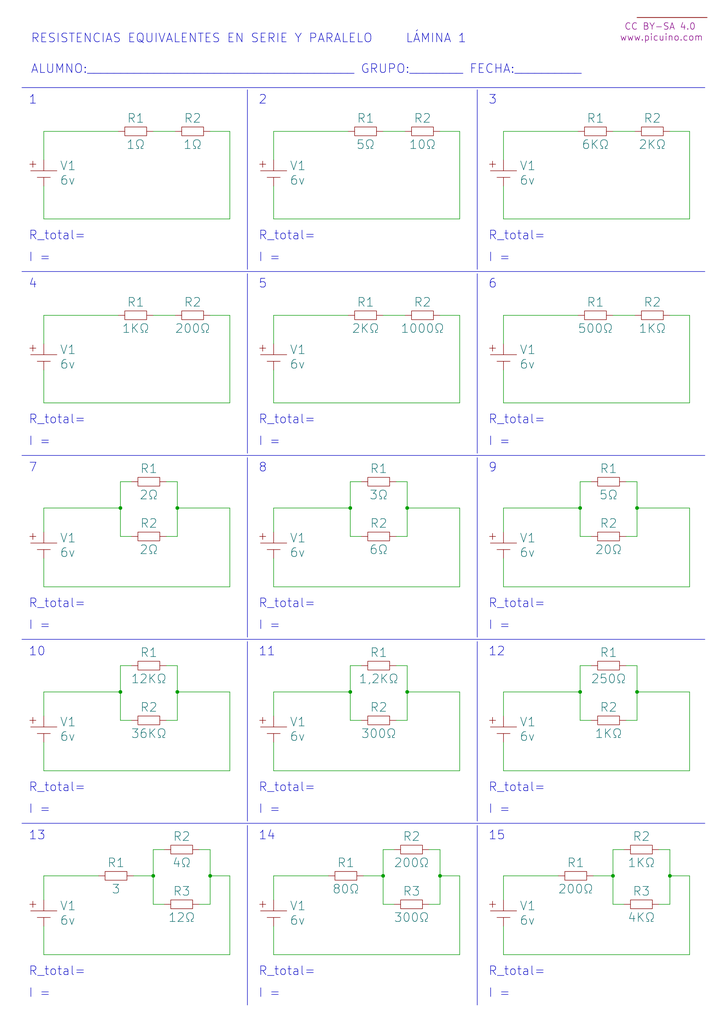
<source format=kicad_sch>
(kicad_sch (version 20230121) (generator eeschema)
  (paper "A4" portrait)
  (title_block (title "Circuitos eléctricos. Composición de resistencias en serie y paralelo") (date "8/05/2021") (company "www.picuino.com") (comment 1 "Copyright (c) 2021 by Carlos Pardo") (comment 2 "License CC BY-SA 4.0"))
  (lib_symbols
    (symbol "electric-resistencias-serie-paralelo-rescue:CopyRight-simbolos" (pin_names (offset 1.016))
      (property "License" "CC BY-SA 4.0" (at -1.27 -1.27 0))
      (property "Web" "www.picuino.com" (at 0 -1.27 0))
      (symbol "CopyRight-simbolos_0_1"
        (polyline (pts (xy -10.16 0) (xy 10.16 0)) (stroke (width 0.2032)))
      )
    )
    (symbol "electric-resistencias-serie-paralelo-rescue:Pila-simbolos" (pin_names (offset 1.016))
      (property "Reference" "V" (at 5.08 -4.445 0))
      (symbol "Pila-simbolos_0_1"
        (polyline (pts (xy -4.064 -1.27) (xy -2.286 -1.27)))
        (polyline (pts (xy -3.81 -3.175) (xy 3.81 -3.175)))
        (polyline (pts (xy -3.175 -0.381) (xy -3.175 -2.159)))
        (polyline (pts (xy -1.905 -5.08) (xy 1.905 -5.08)))
      )
      (symbol "Pila-simbolos_1_1"
        (pin input line (at 0 -7.62 90) (length 2.54) (name "") (number ""))
        (pin input line (at 0 0 270) (length 3.175) (name "") (number ""))
      )
    )
    (symbol "electric-resistencias-serie-paralelo-rescue:resistencia-simbolos" (pin_names (offset 1.016))
      (property "Reference" "R" (at 1.905 -5.08 0))
      (symbol "resistencia-simbolos_0_1"
        (rectangle (start -1.27 -1.905) (end 1.27 -8.255))
      )
      (symbol "resistencia-simbolos_1_1"
        (pin input line (at 0 -10.16 90) (length 1.905) (name "") (number ""))
        (pin input line (at 0 0 270) (length 1.905) (name "") (number ""))
      )
    )
  )
  (junction (at 34.925 147.32))
  (junction (at 168.275 200.66))
  (junction (at 60.96 254))
  (junction (at 177.8 254))
  (junction (at 118.11 200.66))
  (junction (at 194.31 254))
  (junction (at 184.785 147.32))
  (junction (at 184.785 200.66))
  (junction (at 51.435 147.32))
  (junction (at 168.275 147.32))
  (junction (at 118.11 147.32))
  (junction (at 34.925 200.66))
  (junction (at 101.6 147.32))
  (junction (at 127.635 254))
  (junction (at 101.6 200.66))
  (junction (at 44.45 254))
  (junction (at 111.125 254))
  (junction (at 51.435 200.66))
  (wire (pts (xy 194.31 262.255) (xy 191.135 262.255)))
  (wire (pts (xy 127.635 246.38) (xy 124.46 246.38)))
  (wire (pts (xy 34.925 147.32) (xy 12.7 147.32)))
  (wire (pts (xy 184.785 139.7) (xy 181.61 139.7)))
  (polyline (pts (xy 138.43 26.035) (xy 138.43 78.105)))
  (wire (pts (xy 60.96 262.255) (xy 57.785 262.255)))
  (wire (pts (xy 79.375 63.5) (xy 133.35 63.5)))
  (wire (pts (xy 60.96 254) (xy 66.675 254)))
  (wire (pts (xy 79.375 38.1) (xy 100.965 38.1)))
  (wire (pts (xy 12.7 276.86) (xy 66.675 276.86)))
  (wire (pts (xy 168.275 139.7) (xy 171.45 139.7)))
  (wire (pts (xy 66.675 38.1) (xy 66.675 63.5)))
  (wire (pts (xy 79.375 200.66) (xy 79.375 207.645)))
  (wire (pts (xy 146.05 276.86) (xy 200.025 276.86)))
  (wire (pts (xy 146.05 53.975) (xy 146.05 63.5)))
  (wire (pts (xy 200.025 38.1) (xy 200.025 63.5)))
  (wire (pts (xy 50.8 38.1) (xy 44.45 38.1)))
  (wire (pts (xy 146.05 116.84) (xy 200.025 116.84)))
  (wire (pts (xy 146.05 161.925) (xy 146.05 170.18)))
  (wire (pts (xy 118.11 200.66) (xy 118.11 208.915)))
  (wire (pts (xy 177.8 262.255) (xy 180.975 262.255)))
  (wire (pts (xy 34.925 155.575) (xy 38.1 155.575)))
  (wire (pts (xy 60.96 254) (xy 60.96 262.255)))
  (wire (pts (xy 127.635 262.255) (xy 124.46 262.255)))
  (wire (pts (xy 79.375 254) (xy 95.25 254)))
  (wire (pts (xy 12.7 63.5) (xy 66.675 63.5)))
  (wire (pts (xy 12.7 268.605) (xy 12.7 276.86)))
  (wire (pts (xy 127.635 254) (xy 133.35 254)))
  (wire (pts (xy 51.435 147.32) (xy 51.435 155.575)))
  (wire (pts (xy 12.7 161.925) (xy 12.7 170.18)))
  (wire (pts (xy 12.7 254) (xy 28.575 254)))
  (wire (pts (xy 101.6 139.7) (xy 101.6 147.32)))
  (wire (pts (xy 118.11 147.32) (xy 133.35 147.32)))
  (wire (pts (xy 50.8 91.44) (xy 44.45 91.44)))
  (wire (pts (xy 34.925 193.04) (xy 34.925 200.66)))
  (wire (pts (xy 184.785 139.7) (xy 184.785 147.32)))
  (wire (pts (xy 79.375 116.84) (xy 133.35 116.84)))
  (wire (pts (xy 194.31 246.38) (xy 194.31 254)))
  (wire (pts (xy 12.7 53.975) (xy 12.7 63.5)))
  (wire (pts (xy 194.31 254) (xy 200.025 254)))
  (wire (pts (xy 118.11 200.66) (xy 133.35 200.66)))
  (wire (pts (xy 44.45 254) (xy 38.735 254)))
  (wire (pts (xy 79.375 53.975) (xy 79.375 63.5)))
  (wire (pts (xy 177.8 246.38) (xy 180.975 246.38)))
  (wire (pts (xy 177.8 254) (xy 177.8 262.255)))
  (wire (pts (xy 146.05 254) (xy 161.925 254)))
  (polyline (pts (xy 71.755 239.395) (xy 71.755 291.465)))
  (wire (pts (xy 44.45 254) (xy 44.45 262.255)))
  (wire (pts (xy 44.45 246.38) (xy 47.625 246.38)))
  (wire (pts (xy 44.45 246.38) (xy 44.45 254)))
  (wire (pts (xy 66.675 200.66) (xy 66.675 223.52)))
  (polyline (pts (xy 138.43 132.715) (xy 138.43 184.785)))
  (polyline (pts (xy 6.35 238.76) (xy 204.47 238.76)))
  (wire (pts (xy 34.925 208.915) (xy 38.1 208.915)))
  (wire (pts (xy 133.35 91.44) (xy 127.635 91.44)))
  (wire (pts (xy 117.475 91.44) (xy 111.125 91.44)))
  (polyline (pts (xy 6.35 78.74) (xy 204.47 78.74)))
  (wire (pts (xy 79.375 223.52) (xy 133.35 223.52)))
  (wire (pts (xy 184.15 91.44) (xy 177.8 91.44)))
  (wire (pts (xy 200.025 91.44) (xy 194.31 91.44)))
  (wire (pts (xy 101.6 208.915) (xy 104.775 208.915)))
  (wire (pts (xy 79.375 161.925) (xy 79.375 170.18)))
  (wire (pts (xy 51.435 200.66) (xy 66.675 200.66)))
  (wire (pts (xy 200.025 254) (xy 200.025 276.86)))
  (wire (pts (xy 184.785 200.66) (xy 184.785 208.915)))
  (polyline (pts (xy 6.35 185.42) (xy 204.47 185.42)))
  (wire (pts (xy 34.925 139.7) (xy 34.925 147.32)))
  (wire (pts (xy 12.7 38.1) (xy 34.29 38.1)))
  (wire (pts (xy 168.275 208.915) (xy 171.45 208.915)))
  (polyline (pts (xy 71.755 79.375) (xy 71.755 131.445)))
  (wire (pts (xy 168.275 155.575) (xy 171.45 155.575)))
  (wire (pts (xy 133.35 38.1) (xy 127.635 38.1)))
  (wire (pts (xy 79.375 268.605) (xy 79.375 276.86)))
  (wire (pts (xy 79.375 215.265) (xy 79.375 223.52)))
  (wire (pts (xy 168.275 193.04) (xy 168.275 200.66)))
  (wire (pts (xy 184.785 193.04) (xy 184.785 200.66)))
  (wire (pts (xy 111.125 254) (xy 111.125 262.255)))
  (wire (pts (xy 101.6 200.66) (xy 79.375 200.66)))
  (wire (pts (xy 101.6 147.32) (xy 79.375 147.32)))
  (wire (pts (xy 111.125 246.38) (xy 114.3 246.38)))
  (wire (pts (xy 200.025 116.84) (xy 200.025 91.44)))
  (wire (pts (xy 168.275 139.7) (xy 168.275 147.32)))
  (wire (pts (xy 34.925 200.66) (xy 12.7 200.66)))
  (wire (pts (xy 111.125 254) (xy 105.41 254)))
  (wire (pts (xy 194.31 254) (xy 194.31 262.255)))
  (wire (pts (xy 12.7 46.355) (xy 12.7 38.1)))
  (wire (pts (xy 200.025 38.1) (xy 194.31 38.1)))
  (wire (pts (xy 79.375 170.18) (xy 133.35 170.18)))
  (wire (pts (xy 51.435 208.915) (xy 48.26 208.915)))
  (wire (pts (xy 117.475 38.1) (xy 111.125 38.1)))
  (wire (pts (xy 51.435 147.32) (xy 66.675 147.32)))
  (wire (pts (xy 133.35 38.1) (xy 133.35 63.5)))
  (wire (pts (xy 184.785 200.66) (xy 200.025 200.66)))
  (wire (pts (xy 118.11 139.7) (xy 118.11 147.32)))
  (wire (pts (xy 133.35 147.32) (xy 133.35 170.18)))
  (wire (pts (xy 118.11 193.04) (xy 118.11 200.66)))
  (polyline (pts (xy 71.755 186.055) (xy 71.755 238.125)))
  (wire (pts (xy 118.11 208.915) (xy 114.935 208.915)))
  (wire (pts (xy 118.11 147.32) (xy 118.11 155.575)))
  (wire (pts (xy 168.275 147.32) (xy 146.05 147.32)))
  (wire (pts (xy 79.375 154.305) (xy 79.375 147.32)))
  (wire (pts (xy 118.11 155.575) (xy 114.935 155.575)))
  (wire (pts (xy 101.6 193.04) (xy 101.6 200.66)))
  (wire (pts (xy 66.675 91.44) (xy 60.96 91.44)))
  (wire (pts (xy 146.05 46.355) (xy 146.05 38.1)))
  (polyline (pts (xy 138.43 239.395) (xy 138.43 291.465)))
  (wire (pts (xy 51.435 200.66) (xy 51.435 208.915)))
  (wire (pts (xy 44.45 262.255) (xy 47.625 262.255)))
  (wire (pts (xy 168.275 147.32) (xy 168.275 155.575)))
  (polyline (pts (xy 71.755 26.035) (xy 71.755 78.105)))
  (wire (pts (xy 79.375 91.44) (xy 100.965 91.44)))
  (wire (pts (xy 146.05 107.315) (xy 146.05 116.84)))
  (wire (pts (xy 51.435 139.7) (xy 51.435 147.32)))
  (wire (pts (xy 60.96 246.38) (xy 60.96 254)))
  (wire (pts (xy 184.785 155.575) (xy 181.61 155.575)))
  (wire (pts (xy 34.925 147.32) (xy 34.925 155.575)))
  (wire (pts (xy 12.7 107.315) (xy 12.7 116.84)))
  (wire (pts (xy 127.635 246.38) (xy 127.635 254)))
  (wire (pts (xy 12.7 223.52) (xy 66.675 223.52)))
  (wire (pts (xy 51.435 193.04) (xy 48.26 193.04)))
  (wire (pts (xy 146.05 147.32) (xy 146.05 154.305)))
  (wire (pts (xy 60.96 246.38) (xy 57.785 246.38)))
  (wire (pts (xy 101.6 193.04) (xy 104.775 193.04)))
  (wire (pts (xy 34.925 193.04) (xy 38.1 193.04)))
  (wire (pts (xy 79.375 99.695) (xy 79.375 91.44)))
  (wire (pts (xy 12.7 200.66) (xy 12.7 207.645)))
  (wire (pts (xy 127.635 254) (xy 127.635 262.255)))
  (wire (pts (xy 111.125 246.38) (xy 111.125 254)))
  (wire (pts (xy 66.675 254) (xy 66.675 276.86)))
  (wire (pts (xy 12.7 99.695) (xy 12.7 91.44)))
  (wire (pts (xy 12.7 254) (xy 12.7 260.985)))
  (wire (pts (xy 12.7 154.305) (xy 12.7 147.32)))
  (wire (pts (xy 118.11 139.7) (xy 114.935 139.7)))
  (polyline (pts (xy 6.35 25.4) (xy 204.47 25.4)))
  (wire (pts (xy 177.8 246.38) (xy 177.8 254)))
  (wire (pts (xy 79.375 46.355) (xy 79.375 38.1)))
  (wire (pts (xy 194.31 246.38) (xy 191.135 246.38)))
  (wire (pts (xy 146.05 91.44) (xy 167.64 91.44)))
  (wire (pts (xy 146.05 215.265) (xy 146.05 223.52)))
  (wire (pts (xy 168.275 200.66) (xy 168.275 208.915)))
  (wire (pts (xy 51.435 155.575) (xy 48.26 155.575)))
  (wire (pts (xy 101.6 147.32) (xy 101.6 155.575)))
  (wire (pts (xy 66.675 38.1) (xy 60.96 38.1)))
  (wire (pts (xy 133.35 200.66) (xy 133.35 223.52)))
  (wire (pts (xy 184.785 147.32) (xy 200.025 147.32)))
  (wire (pts (xy 146.05 99.695) (xy 146.05 91.44)))
  (wire (pts (xy 79.375 276.86) (xy 133.35 276.86)))
  (wire (pts (xy 79.375 107.315) (xy 79.375 116.84)))
  (wire (pts (xy 66.675 147.32) (xy 66.675 170.18)))
  (wire (pts (xy 146.05 268.605) (xy 146.05 276.86)))
  (wire (pts (xy 146.05 254) (xy 146.05 260.985)))
  (wire (pts (xy 168.275 193.04) (xy 171.45 193.04)))
  (wire (pts (xy 101.6 155.575) (xy 104.775 155.575)))
  (wire (pts (xy 34.925 139.7) (xy 38.1 139.7)))
  (wire (pts (xy 184.785 208.915) (xy 181.61 208.915)))
  (wire (pts (xy 111.125 262.255) (xy 114.3 262.255)))
  (wire (pts (xy 12.7 116.84) (xy 66.675 116.84)))
  (wire (pts (xy 133.35 91.44) (xy 133.35 116.84)))
  (wire (pts (xy 146.05 170.18) (xy 200.025 170.18)))
  (wire (pts (xy 101.6 200.66) (xy 101.6 208.915)))
  (polyline (pts (xy 138.43 186.055) (xy 138.43 238.125)))
  (wire (pts (xy 12.7 215.265) (xy 12.7 223.52)))
  (wire (pts (xy 51.435 193.04) (xy 51.435 200.66)))
  (wire (pts (xy 200.025 147.32) (xy 200.025 170.18)))
  (wire (pts (xy 12.7 170.18) (xy 66.675 170.18)))
  (wire (pts (xy 146.05 63.5) (xy 200.025 63.5)))
  (polyline (pts (xy 71.755 132.715) (xy 71.755 184.785)))
  (polyline (pts (xy 138.43 79.375) (xy 138.43 131.445)))
  (wire (pts (xy 146.05 38.1) (xy 167.64 38.1)))
  (wire (pts (xy 200.025 200.66) (xy 200.025 223.52)))
  (wire (pts (xy 12.7 91.44) (xy 34.29 91.44)))
  (wire (pts (xy 51.435 139.7) (xy 48.26 139.7)))
  (wire (pts (xy 66.675 91.44) (xy 66.675 116.84)))
  (wire (pts (xy 184.785 193.04) (xy 181.61 193.04)))
  (wire (pts (xy 177.8 254) (xy 172.085 254)))
  (wire (pts (xy 184.785 147.32) (xy 184.785 155.575)))
  (wire (pts (xy 146.05 223.52) (xy 200.025 223.52)))
  (wire (pts (xy 133.35 254) (xy 133.35 276.86)))
  (polyline (pts (xy 6.35 132.08) (xy 204.47 132.08)))
  (wire (pts (xy 118.11 193.04) (xy 114.935 193.04)))
  (wire (pts (xy 101.6 139.7) (xy 104.775 139.7)))
  (wire (pts (xy 146.05 200.66) (xy 146.05 207.645)))
  (wire (pts (xy 168.275 200.66) (xy 146.05 200.66)))
  (wire (pts (xy 79.375 260.985) (xy 79.375 254)))
  (wire (pts (xy 34.925 200.66) (xy 34.925 208.915)))
  (wire (pts (xy 184.15 38.1) (xy 177.8 38.1)))
  (text "I =" (at 141.605 289.56 0) (effects (font (size 2.54 2.54)) (justify left bottom)))
  (text "15" (at 141.605 243.84 0) (effects (font (size 2.54 2.54)) (justify left bottom)))
  (text "R_total=" (at 141.605 69.85 0) (effects (font (size 2.54 2.54)) (justify left bottom)))
  (text "R_total=" (at 141.605 229.87 0) (effects (font (size 2.54 2.54)) (justify left bottom)))
  (text "R_total=" (at 74.93 229.87 0) (effects (font (size 2.54 2.54)) (justify left bottom)))
  (text "3" (at 141.605 30.48 0) (effects (font (size 2.54 2.54)) (justify left bottom)))
  (text "9" (at 141.605 137.16 0) (effects (font (size 2.54 2.54)) (justify left bottom)))
  (text "1" (at 8.255 30.48 0) (effects (font (size 2.54 2.54)) (justify left bottom)))
  (text "I =" (at 8.255 76.2 0) (effects (font (size 2.54 2.54)) (justify left bottom)))
  (text "I =" (at 141.605 236.22 0) (effects (font (size 2.54 2.54)) (justify left bottom)))
  (text "5" (at 74.93 83.82 0) (effects (font (size 2.54 2.54)) (justify left bottom)))
  (text "7" (at 8.255 137.16 0) (effects (font (size 2.54 2.54)) (justify left bottom)))
  (text "I =" (at 74.93 236.22 0) (effects (font (size 2.54 2.54)) (justify left bottom)))
  (text "R_total=" (at 8.255 283.21 0) (effects (font (size 2.54 2.54)) (justify left bottom)))
  (text "I =" (at 74.93 182.88 0) (effects (font (size 2.54 2.54)) (justify left bottom)))
  (text "I =" (at 8.255 182.88 0) (effects (font (size 2.54 2.54)) (justify left bottom)))
  (text "I =" (at 74.93 289.56 0) (effects (font (size 2.54 2.54)) (justify left bottom)))
  (text "R_total=" (at 8.255 69.85 0) (effects (font (size 2.54 2.54)) (justify left bottom)))
  (text "R_total=" (at 74.93 283.21 0) (effects (font (size 2.54 2.54)) (justify left bottom)))
  (text "R_total=" (at 8.255 229.87 0) (effects (font (size 2.54 2.54)) (justify left bottom)))
  (text "I =" (at 74.93 129.54 0) (effects (font (size 2.54 2.54)) (justify left bottom)))
  (text "I =" (at 74.93 76.2 0) (effects (font (size 2.54 2.54)) (justify left bottom)))
  (text "13" (at 8.255 243.84 0) (effects (font (size 2.54 2.54)) (justify left bottom)))
  (text "R_total=" (at 8.255 123.19 0) (effects (font (size 2.54 2.54)) (justify left bottom)))
  (text "12" (at 141.605 190.5 0) (effects (font (size 2.54 2.54)) (justify left bottom)))
  (text "R_total=" (at 74.93 123.19 0) (effects (font (size 2.54 2.54)) (justify left bottom)))
  (text "R_total=" (at 141.605 176.53 0) (effects (font (size 2.54 2.54)) (justify left bottom)))
  (text "I =" (at 141.605 76.2 0) (effects (font (size 2.54 2.54)) (justify left bottom)))
  (text "2" (at 74.93 30.48 0) (effects (font (size 2.54 2.54)) (justify left bottom)))
  (text "R_total=" (at 8.255 176.53 0) (effects (font (size 2.54 2.54)) (justify left bottom)))
  (text "14" (at 74.93 243.84 0) (effects (font (size 2.54 2.54)) (justify left bottom)))
  (text "R_total=" (at 141.605 283.21 0) (effects (font (size 2.54 2.54)) (justify left bottom)))
  (text "I =" (at 8.255 289.56 0) (effects (font (size 2.54 2.54)) (justify left bottom)))
  (text "ALUMNO:________________________________________ GRUPO:________ FECHA:__________" (at 8.89 21.59 0) (effects (font (size 2.54 2.54)) (justify left bottom)))
  (text "11" (at 74.93 190.5 0) (effects (font (size 2.54 2.54)) (justify left bottom)))
  (text "8" (at 74.93 137.16 0) (effects (font (size 2.54 2.54)) (justify left bottom)))
  (text "RESISTENCIAS EQUIVALENTES EN SERIE Y PARALELO     LÁMINA 1" (at 8.89 12.7 0) (effects (font (size 2.54 2.54)) (justify left bottom)))
  (text "10" (at 8.255 190.5 0) (effects (font (size 2.54 2.54)) (justify left bottom)))
  (text "4" (at 8.255 83.82 0) (effects (font (size 2.54 2.54)) (justify left bottom)))
  (text "R_total=" (at 74.93 69.85 0) (effects (font (size 2.54 2.54)) (justify left bottom)))
  (text "I =" (at 141.605 182.88 0) (effects (font (size 2.54 2.54)) (justify left bottom)))
  (text "R_total=" (at 141.605 123.19 0) (effects (font (size 2.54 2.54)) (justify left bottom)))
  (text "6" (at 141.605 83.82 0) (effects (font (size 2.54 2.54)) (justify left bottom)))
  (text "R_total=" (at 74.93 176.53 0) (effects (font (size 2.54 2.54)) (justify left bottom)))
  (text "I =" (at 8.255 129.54 0) (effects (font (size 2.54 2.54)) (justify left bottom)))
  (text "I =" (at 141.605 129.54 0) (effects (font (size 2.54 2.54)) (justify left bottom)))
  (text "I =" (at 8.255 236.22 0) (effects (font (size 2.54 2.54)) (justify left bottom)))
  (symbol (lib_id "electric-resistencias-serie-paralelo-rescue:Pila-simbolos") (at 12.7 46.355 0) (unit 1)
    (property "Reference" "V1" (at 17.2212 48.0568 0) (effects (font (size 2.54 2.54)) (justify left)))
    (property "Value" "6v" (at 17.2212 52.2732 0) (effects (font (size 2.54 2.54)) (justify left)))
  )
  (symbol (lib_id "electric-resistencias-serie-paralelo-rescue:resistencia-simbolos") (at 44.45 38.1 270) (unit 1)
    (property "Reference" "R1" (at 39.37 34.29 90) (effects (font (size 2.54 2.54))))
    (property "Value" "1Ω" (at 39.37 41.91 90) (effects (font (size 2.54 2.54))))
  )
  (symbol (lib_id "electric-resistencias-serie-paralelo-rescue:resistencia-simbolos") (at 60.96 38.1 270) (unit 1)
    (property "Reference" "R2" (at 55.88 34.29 90) (effects (font (size 2.54 2.54))))
    (property "Value" "1Ω" (at 55.88 41.91 90) (effects (font (size 2.54 2.54))))
  )
  (symbol (lib_id "electric-resistencias-serie-paralelo-rescue:Pila-simbolos") (at 79.375 46.355 0) (unit 1)
    (property "Reference" "V1" (at 83.8962 48.0568 0) (effects (font (size 2.54 2.54)) (justify left)))
    (property "Value" "6v" (at 83.8962 52.2732 0) (effects (font (size 2.54 2.54)) (justify left)))
  )
  (symbol (lib_id "electric-resistencias-serie-paralelo-rescue:resistencia-simbolos") (at 111.125 38.1 270) (unit 1)
    (property "Reference" "R1" (at 106.045 34.29 90) (effects (font (size 2.54 2.54))))
    (property "Value" "5Ω" (at 106.045 41.91 90) (effects (font (size 2.54 2.54))))
  )
  (symbol (lib_id "electric-resistencias-serie-paralelo-rescue:resistencia-simbolos") (at 127.635 38.1 270) (unit 1)
    (property "Reference" "R2" (at 122.555 34.29 90) (effects (font (size 2.54 2.54))))
    (property "Value" "10Ω" (at 122.555 41.91 90) (effects (font (size 2.54 2.54))))
  )
  (symbol (lib_id "electric-resistencias-serie-paralelo-rescue:Pila-simbolos") (at 146.05 46.355 0) (unit 1)
    (property "Reference" "V1" (at 150.5712 48.0568 0) (effects (font (size 2.54 2.54)) (justify left)))
    (property "Value" "6v" (at 150.5712 52.2732 0) (effects (font (size 2.54 2.54)) (justify left)))
  )
  (symbol (lib_id "electric-resistencias-serie-paralelo-rescue:resistencia-simbolos") (at 177.8 38.1 270) (unit 1)
    (property "Reference" "R1" (at 172.72 34.29 90) (effects (font (size 2.54 2.54))))
    (property "Value" "6KΩ" (at 172.72 41.91 90) (effects (font (size 2.54 2.54))))
  )
  (symbol (lib_id "electric-resistencias-serie-paralelo-rescue:resistencia-simbolos") (at 194.31 38.1 270) (unit 1)
    (property "Reference" "R2" (at 189.23 34.29 90) (effects (font (size 2.54 2.54))))
    (property "Value" "2KΩ" (at 189.23 41.91 90) (effects (font (size 2.54 2.54))))
  )
  (symbol (lib_id "electric-resistencias-serie-paralelo-rescue:Pila-simbolos") (at 12.7 99.695 0) (unit 1)
    (property "Reference" "V1" (at 17.2212 101.3968 0) (effects (font (size 2.54 2.54)) (justify left)))
    (property "Value" "6v" (at 17.2212 105.6132 0) (effects (font (size 2.54 2.54)) (justify left)))
  )
  (symbol (lib_id "electric-resistencias-serie-paralelo-rescue:resistencia-simbolos") (at 44.45 91.44 270) (unit 1)
    (property "Reference" "R1" (at 39.37 87.63 90) (effects (font (size 2.54 2.54))))
    (property "Value" "1KΩ" (at 39.37 95.25 90) (effects (font (size 2.54 2.54))))
  )
  (symbol (lib_id "electric-resistencias-serie-paralelo-rescue:resistencia-simbolos") (at 60.96 91.44 270) (unit 1)
    (property "Reference" "R2" (at 55.88 87.63 90) (effects (font (size 2.54 2.54))))
    (property "Value" "200Ω" (at 55.88 95.25 90) (effects (font (size 2.54 2.54))))
  )
  (symbol (lib_id "electric-resistencias-serie-paralelo-rescue:Pila-simbolos") (at 79.375 99.695 0) (unit 1)
    (property "Reference" "V1" (at 83.8962 101.3968 0) (effects (font (size 2.54 2.54)) (justify left)))
    (property "Value" "6v" (at 83.8962 105.6132 0) (effects (font (size 2.54 2.54)) (justify left)))
  )
  (symbol (lib_id "electric-resistencias-serie-paralelo-rescue:resistencia-simbolos") (at 111.125 91.44 270) (unit 1)
    (property "Reference" "R1" (at 106.045 87.63 90) (effects (font (size 2.54 2.54))))
    (property "Value" "2KΩ" (at 106.045 95.25 90) (effects (font (size 2.54 2.54))))
  )
  (symbol (lib_id "electric-resistencias-serie-paralelo-rescue:resistencia-simbolos") (at 127.635 91.44 270) (unit 1)
    (property "Reference" "R2" (at 122.555 87.63 90) (effects (font (size 2.54 2.54))))
    (property "Value" "1000Ω" (at 122.555 95.25 90) (effects (font (size 2.54 2.54))))
  )
  (symbol (lib_id "electric-resistencias-serie-paralelo-rescue:Pila-simbolos") (at 146.05 99.695 0) (unit 1)
    (property "Reference" "V1" (at 150.5712 101.3968 0) (effects (font (size 2.54 2.54)) (justify left)))
    (property "Value" "6v" (at 150.5712 105.6132 0) (effects (font (size 2.54 2.54)) (justify left)))
  )
  (symbol (lib_id "electric-resistencias-serie-paralelo-rescue:resistencia-simbolos") (at 177.8 91.44 270) (unit 1)
    (property "Reference" "R1" (at 172.72 87.63 90) (effects (font (size 2.54 2.54))))
    (property "Value" "500Ω" (at 172.72 95.25 90) (effects (font (size 2.54 2.54))))
  )
  (symbol (lib_id "electric-resistencias-serie-paralelo-rescue:resistencia-simbolos") (at 194.31 91.44 270) (unit 1)
    (property "Reference" "R2" (at 189.23 87.63 90) (effects (font (size 2.54 2.54))))
    (property "Value" "1KΩ" (at 189.23 95.25 90) (effects (font (size 2.54 2.54))))
  )
  (symbol (lib_id "electric-resistencias-serie-paralelo-rescue:Pila-simbolos") (at 12.7 154.305 0) (unit 1)
    (property "Reference" "V1" (at 17.2212 156.0068 0) (effects (font (size 2.54 2.54)) (justify left)))
    (property "Value" "6v" (at 17.2212 160.2232 0) (effects (font (size 2.54 2.54)) (justify left)))
  )
  (symbol (lib_id "electric-resistencias-serie-paralelo-rescue:resistencia-simbolos") (at 48.26 139.7 270) (unit 1)
    (property "Reference" "R1" (at 43.18 135.89 90) (effects (font (size 2.54 2.54))))
    (property "Value" "2Ω" (at 43.18 143.51 90) (effects (font (size 2.54 2.54))))
  )
  (symbol (lib_id "electric-resistencias-serie-paralelo-rescue:resistencia-simbolos") (at 48.26 155.575 270) (unit 1)
    (property "Reference" "R2" (at 43.18 151.765 90) (effects (font (size 2.54 2.54))))
    (property "Value" "2Ω" (at 43.18 159.385 90) (effects (font (size 2.54 2.54))))
  )
  (symbol (lib_id "electric-resistencias-serie-paralelo-rescue:Pila-simbolos") (at 79.375 154.305 0) (unit 1)
    (property "Reference" "V1" (at 83.8962 156.0068 0) (effects (font (size 2.54 2.54)) (justify left)))
    (property "Value" "6v" (at 83.8962 160.2232 0) (effects (font (size 2.54 2.54)) (justify left)))
  )
  (symbol (lib_id "electric-resistencias-serie-paralelo-rescue:Pila-simbolos") (at 146.05 154.305 0) (unit 1)
    (property "Reference" "V1" (at 150.5712 156.0068 0) (effects (font (size 2.54 2.54)) (justify left)))
    (property "Value" "6v" (at 150.5712 160.2232 0) (effects (font (size 2.54 2.54)) (justify left)))
  )
  (symbol (lib_id "electric-resistencias-serie-paralelo-rescue:Pila-simbolos") (at 12.7 207.645 0) (unit 1)
    (property "Reference" "V1" (at 17.2212 209.3468 0) (effects (font (size 2.54 2.54)) (justify left)))
    (property "Value" "6v" (at 17.2212 213.5632 0) (effects (font (size 2.54 2.54)) (justify left)))
  )
  (symbol (lib_id "electric-resistencias-serie-paralelo-rescue:Pila-simbolos") (at 79.375 207.645 0) (unit 1)
    (property "Reference" "V1" (at 83.8962 209.3468 0) (effects (font (size 2.54 2.54)) (justify left)))
    (property "Value" "6v" (at 83.8962 213.5632 0) (effects (font (size 2.54 2.54)) (justify left)))
  )
  (symbol (lib_id "electric-resistencias-serie-paralelo-rescue:Pila-simbolos") (at 146.05 207.645 0) (unit 1)
    (property "Reference" "V1" (at 150.5712 209.3468 0) (effects (font (size 2.54 2.54)) (justify left)))
    (property "Value" "6v" (at 150.5712 213.5632 0) (effects (font (size 2.54 2.54)) (justify left)))
  )
  (symbol (lib_id "electric-resistencias-serie-paralelo-rescue:Pila-simbolos") (at 12.7 260.985 0) (unit 1)
    (property "Reference" "V1" (at 17.2212 262.6868 0) (effects (font (size 2.54 2.54)) (justify left)))
    (property "Value" "6v" (at 17.2212 266.9032 0) (effects (font (size 2.54 2.54)) (justify left)))
  )
  (symbol (lib_id "electric-resistencias-serie-paralelo-rescue:Pila-simbolos") (at 79.375 260.985 0) (unit 1)
    (property "Reference" "V1" (at 83.8962 262.6868 0) (effects (font (size 2.54 2.54)) (justify left)))
    (property "Value" "6v" (at 83.8962 266.9032 0) (effects (font (size 2.54 2.54)) (justify left)))
  )
  (symbol (lib_id "electric-resistencias-serie-paralelo-rescue:Pila-simbolos") (at 146.05 260.985 0) (unit 1)
    (property "Reference" "V1" (at 150.5712 262.6868 0) (effects (font (size 2.54 2.54)) (justify left)))
    (property "Value" "6v" (at 150.5712 266.9032 0) (effects (font (size 2.54 2.54)) (justify left)))
  )
  (symbol (lib_id "electric-resistencias-serie-paralelo-rescue:CopyRight-simbolos") (at 194.945 5.08 0) (unit 1)
    (property "Reference" "CP?" (effects hide))
    (property "Value" "CopyRight" (effects hide))
    (property "License" "CC BY-SA 4.0" (at 201.93 7.62 0) (effects (font (size 1.905 1.905)) (justify right)))
    (property "Web" "www.picuino.com" (at 179.705 10.795 0) (effects (font (size 1.905 1.905)) (justify left)))
  )
  (symbol (lib_id "electric-resistencias-serie-paralelo-rescue:resistencia-simbolos") (at 114.935 139.7 270) (unit 1)
    (property "Reference" "R1" (at 109.855 135.89 90) (effects (font (size 2.54 2.54))))
    (property "Value" "3Ω" (at 109.855 143.51 90) (effects (font (size 2.54 2.54))))
  )
  (symbol (lib_id "electric-resistencias-serie-paralelo-rescue:resistencia-simbolos") (at 114.935 155.575 270) (unit 1)
    (property "Reference" "R2" (at 109.855 151.765 90) (effects (font (size 2.54 2.54))))
    (property "Value" "6Ω" (at 109.855 159.385 90) (effects (font (size 2.54 2.54))))
  )
  (symbol (lib_id "electric-resistencias-serie-paralelo-rescue:resistencia-simbolos") (at 181.61 139.7 270) (unit 1)
    (property "Reference" "R1" (at 176.53 135.89 90) (effects (font (size 2.54 2.54))))
    (property "Value" "5Ω" (at 176.53 143.51 90) (effects (font (size 2.54 2.54))))
  )
  (symbol (lib_id "electric-resistencias-serie-paralelo-rescue:resistencia-simbolos") (at 181.61 155.575 270) (unit 1)
    (property "Reference" "R2" (at 176.53 151.765 90) (effects (font (size 2.54 2.54))))
    (property "Value" "20Ω" (at 176.53 159.385 90) (effects (font (size 2.54 2.54))))
  )
  (symbol (lib_id "electric-resistencias-serie-paralelo-rescue:resistencia-simbolos") (at 48.26 193.04 270) (unit 1)
    (property "Reference" "R1" (at 43.18 189.23 90) (effects (font (size 2.54 2.54))))
    (property "Value" "12KΩ" (at 43.18 196.85 90) (effects (font (size 2.54 2.54))))
  )
  (symbol (lib_id "electric-resistencias-serie-paralelo-rescue:resistencia-simbolos") (at 48.26 208.915 270) (unit 1)
    (property "Reference" "R2" (at 43.18 205.105 90) (effects (font (size 2.54 2.54))))
    (property "Value" "36KΩ" (at 43.18 212.725 90) (effects (font (size 2.54 2.54))))
  )
  (symbol (lib_id "electric-resistencias-serie-paralelo-rescue:resistencia-simbolos") (at 114.935 193.04 270) (unit 1)
    (property "Reference" "R1" (at 109.855 189.23 90) (effects (font (size 2.54 2.54))))
    (property "Value" "1,2KΩ" (at 109.855 196.85 90) (effects (font (size 2.54 2.54))))
  )
  (symbol (lib_id "electric-resistencias-serie-paralelo-rescue:resistencia-simbolos") (at 114.935 208.915 270) (unit 1)
    (property "Reference" "R2" (at 109.855 205.105 90) (effects (font (size 2.54 2.54))))
    (property "Value" "300Ω" (at 109.855 212.725 90) (effects (font (size 2.54 2.54))))
  )
  (symbol (lib_id "electric-resistencias-serie-paralelo-rescue:resistencia-simbolos") (at 181.61 193.04 270) (unit 1)
    (property "Reference" "R1" (at 176.53 189.23 90) (effects (font (size 2.54 2.54))))
    (property "Value" "250Ω" (at 176.53 196.85 90) (effects (font (size 2.54 2.54))))
  )
  (symbol (lib_id "electric-resistencias-serie-paralelo-rescue:resistencia-simbolos") (at 181.61 208.915 270) (unit 1)
    (property "Reference" "R2" (at 176.53 205.105 90) (effects (font (size 2.54 2.54))))
    (property "Value" "1KΩ" (at 176.53 212.725 90) (effects (font (size 2.54 2.54))))
  )
  (symbol (lib_id "electric-resistencias-serie-paralelo-rescue:resistencia-simbolos") (at 57.785 246.38 270) (unit 1)
    (property "Reference" "R2" (at 52.705 242.57 90) (effects (font (size 2.54 2.54))))
    (property "Value" "4Ω" (at 52.705 250.19 90) (effects (font (size 2.54 2.54))))
  )
  (symbol (lib_id "electric-resistencias-serie-paralelo-rescue:resistencia-simbolos") (at 57.785 262.255 270) (unit 1)
    (property "Reference" "R3" (at 52.705 258.445 90) (effects (font (size 2.54 2.54))))
    (property "Value" "12Ω" (at 52.705 266.065 90) (effects (font (size 2.54 2.54))))
  )
  (symbol (lib_id "electric-resistencias-serie-paralelo-rescue:resistencia-simbolos") (at 38.735 254 270) (unit 1)
    (property "Reference" "R1" (at 33.655 250.19 90) (effects (font (size 2.54 2.54))))
    (property "Value" "3" (at 33.655 257.81 90) (effects (font (size 2.54 2.54))))
  )
  (symbol (lib_id "electric-resistencias-serie-paralelo-rescue:resistencia-simbolos") (at 124.46 246.38 270) (unit 1)
    (property "Reference" "R2" (at 119.38 242.57 90) (effects (font (size 2.54 2.54))))
    (property "Value" "200Ω" (at 119.38 250.19 90) (effects (font (size 2.54 2.54))))
  )
  (symbol (lib_id "electric-resistencias-serie-paralelo-rescue:resistencia-simbolos") (at 124.46 262.255 270) (unit 1)
    (property "Reference" "R3" (at 119.38 258.445 90) (effects (font (size 2.54 2.54))))
    (property "Value" "300Ω" (at 119.38 266.065 90) (effects (font (size 2.54 2.54))))
  )
  (symbol (lib_id "electric-resistencias-serie-paralelo-rescue:resistencia-simbolos") (at 105.41 254 270) (unit 1)
    (property "Reference" "R1" (at 100.33 250.19 90) (effects (font (size 2.54 2.54))))
    (property "Value" "80Ω" (at 100.33 257.81 90) (effects (font (size 2.54 2.54))))
  )
  (symbol (lib_id "electric-resistencias-serie-paralelo-rescue:resistencia-simbolos") (at 191.135 246.38 270) (unit 1)
    (property "Reference" "R2" (at 186.055 242.57 90) (effects (font (size 2.54 2.54))))
    (property "Value" "1KΩ" (at 186.055 250.19 90) (effects (font (size 2.54 2.54))))
  )
  (symbol (lib_id "electric-resistencias-serie-paralelo-rescue:resistencia-simbolos") (at 191.135 262.255 270) (unit 1)
    (property "Reference" "R3" (at 186.055 258.445 90) (effects (font (size 2.54 2.54))))
    (property "Value" "4KΩ" (at 186.055 266.065 90) (effects (font (size 2.54 2.54))))
  )
  (symbol (lib_id "electric-resistencias-serie-paralelo-rescue:resistencia-simbolos") (at 172.085 254 270) (unit 1)
    (property "Reference" "R1" (at 167.005 250.19 90) (effects (font (size 2.54 2.54))))
    (property "Value" "200Ω" (at 167.005 257.81 90) (effects (font (size 2.54 2.54))))
  )
  (sheet (at 231.14 27.94) (size 53.34 33.02)
    (property "Sheetname" "electric-resistencias-serie-paralelo-2" (at 231.14 26.5934 0) (effects (font (size 2.54 2.54)) (justify left bottom)))
    (property "Sheetfile" "electric-resistencias-serie-paralelo-2.kicad_sch" (at 231.14 62.0526 0) (effects (font (size 2.54 2.54)) (justify left top)))
  )
)
</source>
